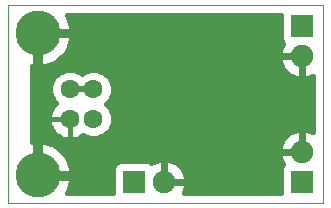
<source format=gbl>
G75*
%MOIN*%
%OFA0B0*%
%FSLAX24Y24*%
%IPPOS*%
%LPD*%
%AMOC8*
5,1,8,0,0,1.08239X$1,22.5*
%
%ADD10C,0.0000*%
%ADD11C,0.1496*%
%ADD12C,0.0630*%
%ADD13R,0.0750X0.0750*%
%ADD14C,0.0750*%
%ADD15C,0.0160*%
%ADD16C,0.0400*%
%ADD17C,0.0200*%
D10*
X003219Y000180D02*
X003219Y006780D01*
X013719Y006780D01*
X013719Y000180D01*
X003219Y000180D01*
D11*
X004219Y001110D03*
X004219Y005850D03*
D12*
X005282Y003972D03*
X006070Y003972D03*
X006070Y002988D03*
X005282Y002988D03*
D13*
X007419Y000880D03*
X013019Y000880D03*
X013019Y006080D03*
D14*
X013019Y005080D03*
X013019Y001880D03*
X008419Y000880D03*
D15*
X008374Y000925D02*
X008374Y001635D01*
X008370Y001635D01*
X008272Y001622D01*
X008176Y001596D01*
X008085Y001559D01*
X008004Y001512D01*
X007981Y001535D01*
X007860Y001585D01*
X006979Y001585D01*
X006858Y001535D01*
X006765Y001442D01*
X006714Y001321D01*
X006714Y000510D01*
X005175Y000510D01*
X005208Y000563D01*
X005263Y000678D01*
X005305Y000797D01*
X005333Y000921D01*
X005346Y001030D01*
X004299Y001030D01*
X004299Y001190D01*
X004139Y001190D01*
X004139Y002236D01*
X004030Y002224D01*
X004019Y002221D01*
X004019Y004739D01*
X004030Y004736D01*
X004139Y004724D01*
X004139Y005770D01*
X004299Y005770D01*
X004299Y004724D01*
X004409Y004736D01*
X004532Y004764D01*
X004652Y004806D01*
X004766Y004861D01*
X004873Y004929D01*
X004972Y005008D01*
X005062Y005097D01*
X005141Y005196D01*
X005208Y005304D01*
X005263Y005418D01*
X005305Y005537D01*
X005333Y005661D01*
X005346Y005770D01*
X004299Y005770D01*
X004299Y005930D01*
X005346Y005930D01*
X005333Y006039D01*
X005305Y006163D01*
X005263Y006282D01*
X005208Y006397D01*
X005175Y006450D01*
X012314Y006450D01*
X012314Y005639D01*
X012365Y005518D01*
X012387Y005495D01*
X012341Y005415D01*
X012303Y005323D01*
X012277Y005228D01*
X012264Y005129D01*
X012264Y005125D01*
X012974Y005125D01*
X012974Y005035D01*
X012264Y005035D01*
X012264Y005031D01*
X012277Y004932D01*
X012303Y004837D01*
X012341Y004745D01*
X012390Y004660D01*
X012451Y004581D01*
X012521Y004511D01*
X012599Y004451D01*
X012685Y004401D01*
X012776Y004364D01*
X012872Y004338D01*
X012970Y004325D01*
X012974Y004325D01*
X012974Y005035D01*
X013064Y005035D01*
X013064Y004325D01*
X013069Y004325D01*
X013167Y004338D01*
X013263Y004364D01*
X013354Y004401D01*
X013389Y004422D01*
X013389Y002538D01*
X013354Y002559D01*
X013263Y002596D01*
X013167Y002622D01*
X013069Y002635D01*
X013064Y002635D01*
X013064Y001925D01*
X012974Y001925D01*
X012974Y001835D01*
X012264Y001835D01*
X012264Y001831D01*
X012277Y001732D01*
X012303Y001637D01*
X012341Y001545D01*
X012387Y001465D01*
X012365Y001442D01*
X012314Y001321D01*
X012314Y000510D01*
X009078Y000510D01*
X009098Y000545D01*
X009136Y000637D01*
X009162Y000732D01*
X009174Y000831D01*
X009174Y000835D01*
X008464Y000835D01*
X008464Y000925D01*
X008374Y000925D01*
X008374Y000973D02*
X008464Y000973D01*
X008464Y000925D02*
X008464Y001635D01*
X008469Y001635D01*
X008567Y001622D01*
X008663Y001596D01*
X008754Y001559D01*
X008840Y001509D01*
X008918Y001449D01*
X008988Y001379D01*
X009049Y001300D01*
X009098Y001215D01*
X009136Y001123D01*
X009162Y001028D01*
X009174Y000929D01*
X009174Y000925D01*
X008464Y000925D01*
X008464Y001131D02*
X008374Y001131D01*
X008374Y001290D02*
X008464Y001290D01*
X008464Y001448D02*
X008374Y001448D01*
X008374Y001607D02*
X008464Y001607D01*
X008214Y001607D02*
X005232Y001607D01*
X005208Y001656D02*
X005141Y001764D01*
X005062Y001863D01*
X004972Y001952D01*
X004873Y002031D01*
X004766Y002099D01*
X004652Y002154D01*
X004532Y002196D01*
X004409Y002224D01*
X004299Y002236D01*
X004299Y001190D01*
X005346Y001190D01*
X005333Y001299D01*
X005305Y001423D01*
X005263Y001542D01*
X005208Y001656D01*
X005140Y001765D02*
X012273Y001765D01*
X012264Y001925D02*
X012974Y001925D01*
X012974Y002635D01*
X012970Y002635D01*
X012872Y002622D01*
X012776Y002596D01*
X012685Y002559D01*
X012599Y002509D01*
X012521Y002449D01*
X012451Y002379D01*
X012390Y002300D01*
X012341Y002215D01*
X012303Y002123D01*
X012277Y002028D01*
X012264Y001929D01*
X012264Y001925D01*
X012292Y002082D02*
X004793Y002082D01*
X005001Y001924D02*
X012974Y001924D01*
X012974Y002082D02*
X013064Y002082D01*
X013064Y002241D02*
X012974Y002241D01*
X012974Y002399D02*
X013064Y002399D01*
X013064Y002558D02*
X012974Y002558D01*
X012683Y002558D02*
X006552Y002558D01*
X006617Y002623D02*
X006435Y002441D01*
X006198Y002343D01*
X005942Y002343D01*
X005709Y002439D01*
X005669Y002409D01*
X005591Y002363D01*
X005506Y002328D01*
X005418Y002305D01*
X005328Y002293D01*
X005291Y002293D01*
X005291Y002979D01*
X005274Y002979D01*
X005274Y002293D01*
X005237Y002293D01*
X005147Y002305D01*
X005059Y002328D01*
X004974Y002363D01*
X004896Y002409D01*
X004823Y002464D01*
X004759Y002529D01*
X004703Y002601D01*
X004658Y002680D01*
X004623Y002764D01*
X004599Y002852D01*
X004588Y002942D01*
X004588Y002979D01*
X005274Y002979D01*
X005274Y002996D01*
X004588Y002996D01*
X004588Y003033D01*
X004019Y003033D01*
X004019Y002875D02*
X004596Y002875D01*
X004588Y003033D02*
X004599Y003124D01*
X004623Y003212D01*
X004658Y003296D01*
X004703Y003375D01*
X004759Y003447D01*
X004823Y003511D01*
X004828Y003515D01*
X004736Y003607D01*
X004638Y003844D01*
X004638Y004100D01*
X004736Y004337D01*
X004917Y004519D01*
X005154Y004617D01*
X005411Y004617D01*
X005648Y004519D01*
X005676Y004491D01*
X005705Y004519D01*
X005942Y004617D01*
X006198Y004617D01*
X006435Y004519D01*
X006617Y004337D01*
X006715Y004100D01*
X006715Y003844D01*
X006617Y003607D01*
X006490Y003480D01*
X006617Y003353D01*
X006715Y003116D01*
X006715Y002860D01*
X006617Y002623D01*
X006655Y002716D02*
X013389Y002716D01*
X013389Y002875D02*
X006715Y002875D01*
X006715Y003033D02*
X013389Y003033D01*
X013389Y003192D02*
X006684Y003192D01*
X006618Y003350D02*
X013389Y003350D01*
X013389Y003509D02*
X006518Y003509D01*
X006642Y003667D02*
X013389Y003667D01*
X013389Y003826D02*
X006707Y003826D01*
X006715Y003984D02*
X013389Y003984D01*
X013389Y004143D02*
X006697Y004143D01*
X006632Y004301D02*
X013389Y004301D01*
X013064Y004460D02*
X012974Y004460D01*
X012974Y004618D02*
X013064Y004618D01*
X013064Y004777D02*
X012974Y004777D01*
X012974Y004935D02*
X013064Y004935D01*
X012974Y005094D02*
X005058Y005094D01*
X005176Y005252D02*
X012284Y005252D01*
X012339Y005411D02*
X005260Y005411D01*
X005312Y005569D02*
X012344Y005569D01*
X012314Y005728D02*
X005341Y005728D01*
X005332Y006045D02*
X012314Y006045D01*
X012314Y005886D02*
X004299Y005886D01*
X004299Y005728D02*
X004139Y005728D01*
X004139Y005569D02*
X004299Y005569D01*
X004299Y005411D02*
X004139Y005411D01*
X004139Y005252D02*
X004299Y005252D01*
X004299Y005094D02*
X004139Y005094D01*
X004139Y004935D02*
X004299Y004935D01*
X004299Y004777D02*
X004139Y004777D01*
X004019Y004618D02*
X012422Y004618D01*
X012328Y004777D02*
X004567Y004777D01*
X004881Y004935D02*
X012277Y004935D01*
X012588Y004460D02*
X006495Y004460D01*
X004858Y004460D02*
X004019Y004460D01*
X004019Y004301D02*
X004721Y004301D01*
X004655Y004143D02*
X004019Y004143D01*
X004019Y003984D02*
X004638Y003984D01*
X004645Y003826D02*
X004019Y003826D01*
X004019Y003667D02*
X004711Y003667D01*
X004820Y003509D02*
X004019Y003509D01*
X004019Y003350D02*
X004689Y003350D01*
X004618Y003192D02*
X004019Y003192D01*
X004019Y002716D02*
X004643Y002716D01*
X004737Y002558D02*
X004019Y002558D01*
X004019Y002399D02*
X004913Y002399D01*
X005274Y002399D02*
X005291Y002399D01*
X005274Y002558D02*
X005291Y002558D01*
X005652Y002399D02*
X005806Y002399D01*
X006334Y002399D02*
X012471Y002399D01*
X012356Y002241D02*
X004019Y002241D01*
X004139Y002082D02*
X004299Y002082D01*
X004299Y001924D02*
X004139Y001924D01*
X004139Y001765D02*
X004299Y001765D01*
X004299Y001607D02*
X004139Y001607D01*
X004139Y001448D02*
X004299Y001448D01*
X004299Y001290D02*
X004139Y001290D01*
X004299Y001131D02*
X006714Y001131D01*
X006714Y001290D02*
X005334Y001290D01*
X005296Y001448D02*
X006771Y001448D01*
X006714Y000973D02*
X005339Y000973D01*
X005309Y000814D02*
X006714Y000814D01*
X006714Y000656D02*
X005253Y000656D01*
X008625Y001607D02*
X012316Y001607D01*
X012371Y001448D02*
X008919Y001448D01*
X009055Y001290D02*
X012314Y001290D01*
X012314Y001131D02*
X009133Y001131D01*
X009169Y000973D02*
X012314Y000973D01*
X012314Y000814D02*
X009172Y000814D01*
X009141Y000656D02*
X012314Y000656D01*
X013356Y002558D02*
X013389Y002558D01*
X012314Y006203D02*
X005291Y006203D01*
X005225Y006362D02*
X012314Y006362D01*
X005291Y002875D02*
X005274Y002875D01*
X005274Y002716D02*
X005291Y002716D01*
D16*
X011419Y003980D03*
X007719Y006180D03*
D17*
X006070Y003972D02*
X005282Y003972D01*
M02*

</source>
